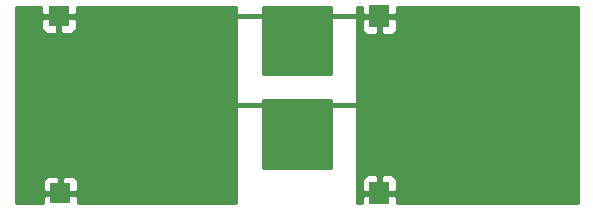
<source format=gbr>
G04 #@! TF.GenerationSoftware,KiCad,Pcbnew,5.0.0*
G04 #@! TF.CreationDate,2018-11-01T16:31:23+02:00*
G04 #@! TF.ProjectId,filter,66696C7465722E6B696361645F706362,rev?*
G04 #@! TF.SameCoordinates,Original*
G04 #@! TF.FileFunction,Copper,L2,Bot,Signal*
G04 #@! TF.FilePolarity,Positive*
%FSLAX46Y46*%
G04 Gerber Fmt 4.6, Leading zero omitted, Abs format (unit mm)*
G04 Created by KiCad (PCBNEW 5.0.0) date Thu Nov  1 16:31:23 2018*
%MOMM*%
%LPD*%
G01*
G04 APERTURE LIST*
G04 #@! TA.AperFunction,ComponentPad*
%ADD10R,1.700000X1.950000*%
G04 #@! TD*
G04 #@! TA.AperFunction,ComponentPad*
%ADD11R,1.700000X1.700000*%
G04 #@! TD*
G04 #@! TA.AperFunction,ViaPad*
%ADD12C,0.800000*%
G04 #@! TD*
G04 #@! TA.AperFunction,Conductor*
%ADD13C,0.400000*%
G04 #@! TD*
G04 #@! TA.AperFunction,Conductor*
%ADD14C,0.600000*%
G04 #@! TD*
G04 #@! TA.AperFunction,Conductor*
%ADD15C,0.254000*%
G04 #@! TD*
G04 APERTURE END LIST*
D10*
G04 #@! TO.P,J7,1*
G04 #@! TO.N,GND*
X73000000Y-27500000D03*
G04 #@! TD*
G04 #@! TO.P,J8,1*
G04 #@! TO.N,GND*
X73000000Y-42500000D03*
G04 #@! TD*
D11*
G04 #@! TO.P,J2,1*
G04 #@! TO.N,GND*
X46000000Y-42500000D03*
G04 #@! TD*
G04 #@! TO.P,J1,1*
G04 #@! TO.N,GND*
X45880000Y-27500000D03*
G04 #@! TD*
D12*
G04 #@! TO.N,GND*
X60000000Y-42500000D03*
X45500000Y-35000000D03*
X48000000Y-35000000D03*
X55000000Y-35000000D03*
X57500000Y-35000000D03*
X79250000Y-37500000D03*
X84250000Y-37500000D03*
X73750000Y-29750000D03*
X73750000Y-40250000D03*
X60000000Y-27500000D03*
X43000000Y-42500000D03*
X43000000Y-27500000D03*
X89500000Y-36500000D03*
G04 #@! TD*
D13*
G04 #@! TO.N,GND*
X60000000Y-35000000D02*
X66000000Y-35000000D01*
X66000000Y-35000000D02*
X72000000Y-35000000D01*
D14*
X57500000Y-35000000D02*
X57899999Y-34600001D01*
D13*
X60000000Y-27500000D02*
X60000000Y-27500000D01*
X60000000Y-27500000D02*
X66000000Y-27500000D01*
X66000000Y-27500000D02*
X73000000Y-27500000D01*
G04 #@! TD*
D15*
G04 #@! TO.N,GND*
G36*
X44395000Y-27214250D02*
X44553750Y-27373000D01*
X45753000Y-27373000D01*
X45753000Y-27353000D01*
X46007000Y-27353000D01*
X46007000Y-27373000D01*
X47206250Y-27373000D01*
X47365000Y-27214250D01*
X47365000Y-26710000D01*
X60873000Y-26710000D01*
X60873000Y-43290000D01*
X47485000Y-43290000D01*
X47485000Y-42785750D01*
X47326250Y-42627000D01*
X46127000Y-42627000D01*
X46127000Y-42647000D01*
X45873000Y-42647000D01*
X45873000Y-42627000D01*
X44673750Y-42627000D01*
X44515000Y-42785750D01*
X44515000Y-43290000D01*
X42210000Y-43290000D01*
X42210000Y-41523691D01*
X44515000Y-41523691D01*
X44515000Y-42214250D01*
X44673750Y-42373000D01*
X45873000Y-42373000D01*
X45873000Y-41173750D01*
X46127000Y-41173750D01*
X46127000Y-42373000D01*
X47326250Y-42373000D01*
X47485000Y-42214250D01*
X47485000Y-41523691D01*
X47388327Y-41290302D01*
X47209699Y-41111673D01*
X46976310Y-41015000D01*
X46285750Y-41015000D01*
X46127000Y-41173750D01*
X45873000Y-41173750D01*
X45714250Y-41015000D01*
X45023690Y-41015000D01*
X44790301Y-41111673D01*
X44611673Y-41290302D01*
X44515000Y-41523691D01*
X42210000Y-41523691D01*
X42210000Y-27785750D01*
X44395000Y-27785750D01*
X44395000Y-28476309D01*
X44491673Y-28709698D01*
X44670301Y-28888327D01*
X44903690Y-28985000D01*
X45594250Y-28985000D01*
X45753000Y-28826250D01*
X45753000Y-27627000D01*
X46007000Y-27627000D01*
X46007000Y-28826250D01*
X46165750Y-28985000D01*
X46856310Y-28985000D01*
X47089699Y-28888327D01*
X47268327Y-28709698D01*
X47365000Y-28476309D01*
X47365000Y-27785750D01*
X47206250Y-27627000D01*
X46007000Y-27627000D01*
X45753000Y-27627000D01*
X44553750Y-27627000D01*
X44395000Y-27785750D01*
X42210000Y-27785750D01*
X42210000Y-26710000D01*
X44395000Y-26710000D01*
X44395000Y-27214250D01*
X44395000Y-27214250D01*
G37*
X44395000Y-27214250D02*
X44553750Y-27373000D01*
X45753000Y-27373000D01*
X45753000Y-27353000D01*
X46007000Y-27353000D01*
X46007000Y-27373000D01*
X47206250Y-27373000D01*
X47365000Y-27214250D01*
X47365000Y-26710000D01*
X60873000Y-26710000D01*
X60873000Y-43290000D01*
X47485000Y-43290000D01*
X47485000Y-42785750D01*
X47326250Y-42627000D01*
X46127000Y-42627000D01*
X46127000Y-42647000D01*
X45873000Y-42647000D01*
X45873000Y-42627000D01*
X44673750Y-42627000D01*
X44515000Y-42785750D01*
X44515000Y-43290000D01*
X42210000Y-43290000D01*
X42210000Y-41523691D01*
X44515000Y-41523691D01*
X44515000Y-42214250D01*
X44673750Y-42373000D01*
X45873000Y-42373000D01*
X45873000Y-41173750D01*
X46127000Y-41173750D01*
X46127000Y-42373000D01*
X47326250Y-42373000D01*
X47485000Y-42214250D01*
X47485000Y-41523691D01*
X47388327Y-41290302D01*
X47209699Y-41111673D01*
X46976310Y-41015000D01*
X46285750Y-41015000D01*
X46127000Y-41173750D01*
X45873000Y-41173750D01*
X45714250Y-41015000D01*
X45023690Y-41015000D01*
X44790301Y-41111673D01*
X44611673Y-41290302D01*
X44515000Y-41523691D01*
X42210000Y-41523691D01*
X42210000Y-27785750D01*
X44395000Y-27785750D01*
X44395000Y-28476309D01*
X44491673Y-28709698D01*
X44670301Y-28888327D01*
X44903690Y-28985000D01*
X45594250Y-28985000D01*
X45753000Y-28826250D01*
X45753000Y-27627000D01*
X46007000Y-27627000D01*
X46007000Y-28826250D01*
X46165750Y-28985000D01*
X46856310Y-28985000D01*
X47089699Y-28888327D01*
X47268327Y-28709698D01*
X47365000Y-28476309D01*
X47365000Y-27785750D01*
X47206250Y-27627000D01*
X46007000Y-27627000D01*
X45753000Y-27627000D01*
X44553750Y-27627000D01*
X44395000Y-27785750D01*
X42210000Y-27785750D01*
X42210000Y-26710000D01*
X44395000Y-26710000D01*
X44395000Y-27214250D01*
G36*
X68873000Y-32373000D02*
X63127000Y-32373000D01*
X63127000Y-26710000D01*
X68873000Y-26710000D01*
X68873000Y-32373000D01*
X68873000Y-32373000D01*
G37*
X68873000Y-32373000D02*
X63127000Y-32373000D01*
X63127000Y-26710000D01*
X68873000Y-26710000D01*
X68873000Y-32373000D01*
G36*
X68873000Y-40373000D02*
X63127000Y-40373000D01*
X63127000Y-34627000D01*
X68873000Y-34627000D01*
X68873000Y-40373000D01*
X68873000Y-40373000D01*
G37*
X68873000Y-40373000D02*
X63127000Y-40373000D01*
X63127000Y-34627000D01*
X68873000Y-34627000D01*
X68873000Y-40373000D01*
G36*
X71515000Y-27214250D02*
X71673750Y-27373000D01*
X72873000Y-27373000D01*
X72873000Y-27353000D01*
X73127000Y-27353000D01*
X73127000Y-27373000D01*
X74326250Y-27373000D01*
X74485000Y-27214250D01*
X74485000Y-26710000D01*
X89790000Y-26710000D01*
X89790001Y-43290000D01*
X74485000Y-43290000D01*
X74485000Y-42785750D01*
X74326250Y-42627000D01*
X73127000Y-42627000D01*
X73127000Y-42647000D01*
X72873000Y-42647000D01*
X72873000Y-42627000D01*
X71673750Y-42627000D01*
X71515000Y-42785750D01*
X71515000Y-43290000D01*
X71127000Y-43290000D01*
X71127000Y-41398690D01*
X71515000Y-41398690D01*
X71515000Y-42214250D01*
X71673750Y-42373000D01*
X72873000Y-42373000D01*
X72873000Y-41048750D01*
X73127000Y-41048750D01*
X73127000Y-42373000D01*
X74326250Y-42373000D01*
X74485000Y-42214250D01*
X74485000Y-41398690D01*
X74388327Y-41165301D01*
X74209698Y-40986673D01*
X73976309Y-40890000D01*
X73285750Y-40890000D01*
X73127000Y-41048750D01*
X72873000Y-41048750D01*
X72714250Y-40890000D01*
X72023691Y-40890000D01*
X71790302Y-40986673D01*
X71611673Y-41165301D01*
X71515000Y-41398690D01*
X71127000Y-41398690D01*
X71127000Y-27785750D01*
X71515000Y-27785750D01*
X71515000Y-28601310D01*
X71611673Y-28834699D01*
X71790302Y-29013327D01*
X72023691Y-29110000D01*
X72714250Y-29110000D01*
X72873000Y-28951250D01*
X72873000Y-27627000D01*
X73127000Y-27627000D01*
X73127000Y-28951250D01*
X73285750Y-29110000D01*
X73976309Y-29110000D01*
X74209698Y-29013327D01*
X74388327Y-28834699D01*
X74485000Y-28601310D01*
X74485000Y-27785750D01*
X74326250Y-27627000D01*
X73127000Y-27627000D01*
X72873000Y-27627000D01*
X71673750Y-27627000D01*
X71515000Y-27785750D01*
X71127000Y-27785750D01*
X71127000Y-26710000D01*
X71515000Y-26710000D01*
X71515000Y-27214250D01*
X71515000Y-27214250D01*
G37*
X71515000Y-27214250D02*
X71673750Y-27373000D01*
X72873000Y-27373000D01*
X72873000Y-27353000D01*
X73127000Y-27353000D01*
X73127000Y-27373000D01*
X74326250Y-27373000D01*
X74485000Y-27214250D01*
X74485000Y-26710000D01*
X89790000Y-26710000D01*
X89790001Y-43290000D01*
X74485000Y-43290000D01*
X74485000Y-42785750D01*
X74326250Y-42627000D01*
X73127000Y-42627000D01*
X73127000Y-42647000D01*
X72873000Y-42647000D01*
X72873000Y-42627000D01*
X71673750Y-42627000D01*
X71515000Y-42785750D01*
X71515000Y-43290000D01*
X71127000Y-43290000D01*
X71127000Y-41398690D01*
X71515000Y-41398690D01*
X71515000Y-42214250D01*
X71673750Y-42373000D01*
X72873000Y-42373000D01*
X72873000Y-41048750D01*
X73127000Y-41048750D01*
X73127000Y-42373000D01*
X74326250Y-42373000D01*
X74485000Y-42214250D01*
X74485000Y-41398690D01*
X74388327Y-41165301D01*
X74209698Y-40986673D01*
X73976309Y-40890000D01*
X73285750Y-40890000D01*
X73127000Y-41048750D01*
X72873000Y-41048750D01*
X72714250Y-40890000D01*
X72023691Y-40890000D01*
X71790302Y-40986673D01*
X71611673Y-41165301D01*
X71515000Y-41398690D01*
X71127000Y-41398690D01*
X71127000Y-27785750D01*
X71515000Y-27785750D01*
X71515000Y-28601310D01*
X71611673Y-28834699D01*
X71790302Y-29013327D01*
X72023691Y-29110000D01*
X72714250Y-29110000D01*
X72873000Y-28951250D01*
X72873000Y-27627000D01*
X73127000Y-27627000D01*
X73127000Y-28951250D01*
X73285750Y-29110000D01*
X73976309Y-29110000D01*
X74209698Y-29013327D01*
X74388327Y-28834699D01*
X74485000Y-28601310D01*
X74485000Y-27785750D01*
X74326250Y-27627000D01*
X73127000Y-27627000D01*
X72873000Y-27627000D01*
X71673750Y-27627000D01*
X71515000Y-27785750D01*
X71127000Y-27785750D01*
X71127000Y-26710000D01*
X71515000Y-26710000D01*
X71515000Y-27214250D01*
G04 #@! TD*
M02*

</source>
